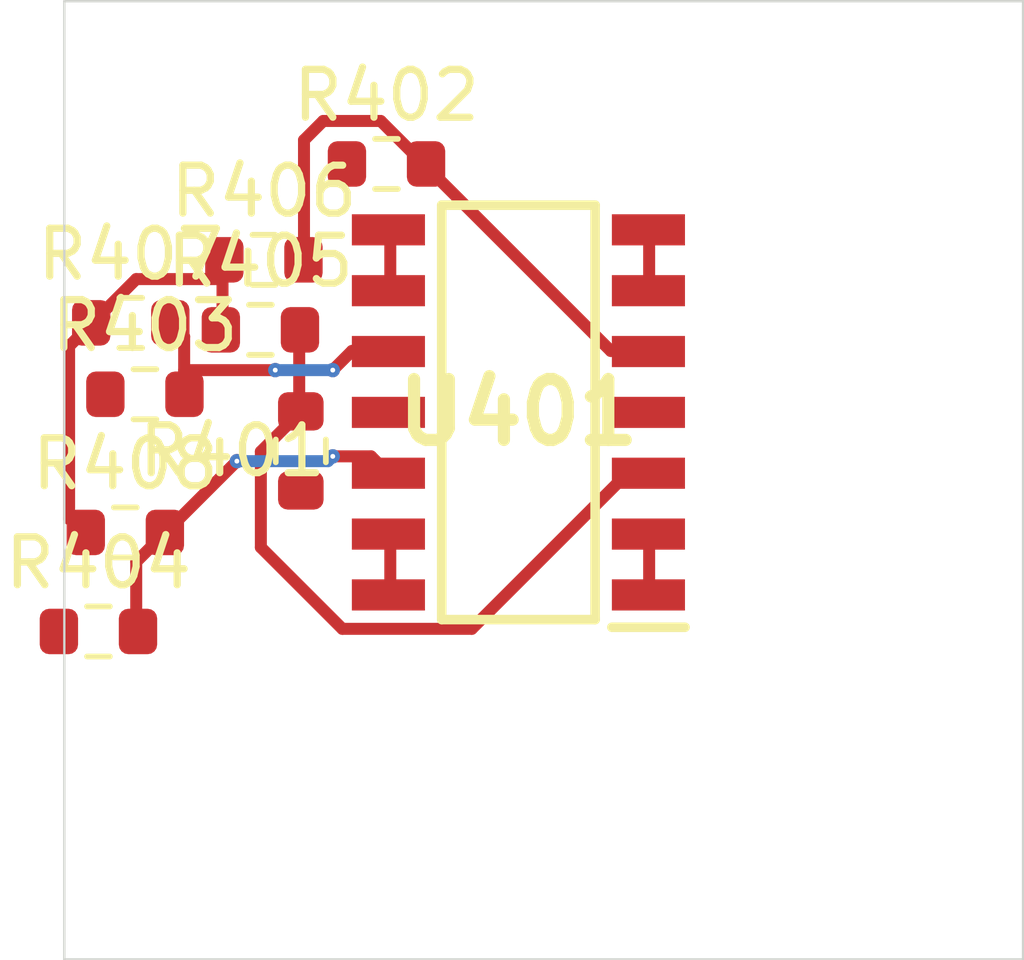
<source format=kicad_pcb>
 ( kicad_pcb  ( version 20171130 )
 ( host pcbnew 5.1.12-84ad8e8a86~92~ubuntu18.04.1 )
 ( general  ( thickness 1.6 )
 ( drawings 4 )
 ( tracks 0 )
 ( zones 0 )
 ( modules 9 )
 ( nets 14 )
)
 ( page A4 )
 ( layers  ( 0 F.Cu signal )
 ( 31 B.Cu signal )
 ( 32 B.Adhes user )
 ( 33 F.Adhes user )
 ( 34 B.Paste user )
 ( 35 F.Paste user )
 ( 36 B.SilkS user )
 ( 37 F.SilkS user )
 ( 38 B.Mask user )
 ( 39 F.Mask user )
 ( 40 Dwgs.User user )
 ( 41 Cmts.User user )
 ( 42 Eco1.User user )
 ( 43 Eco2.User user )
 ( 44 Edge.Cuts user )
 ( 45 Margin user )
 ( 46 B.CrtYd user )
 ( 47 F.CrtYd user )
 ( 48 B.Fab user )
 ( 49 F.Fab user )
)
 ( setup  ( last_trace_width 0.25 )
 ( trace_clearance 0.2 )
 ( zone_clearance 0.508 )
 ( zone_45_only no )
 ( trace_min 0.2 )
 ( via_size 0.8 )
 ( via_drill 0.4 )
 ( via_min_size 0.4 )
 ( via_min_drill 0.3 )
 ( uvia_size 0.3 )
 ( uvia_drill 0.1 )
 ( uvias_allowed no )
 ( uvia_min_size 0.2 )
 ( uvia_min_drill 0.1 )
 ( edge_width 0.05 )
 ( segment_width 0.2 )
 ( pcb_text_width 0.3 )
 ( pcb_text_size 1.5 1.5 )
 ( mod_edge_width 0.12 )
 ( mod_text_size 1 1 )
 ( mod_text_width 0.15 )
 ( pad_size 1.524 1.524 )
 ( pad_drill 0.762 )
 ( pad_to_mask_clearance 0 )
 ( aux_axis_origin 0 0 )
 ( visible_elements FFFFFF7F )
 ( pcbplotparams  ( layerselection 0x010fc_ffffffff )
 ( usegerberextensions false )
 ( usegerberattributes true )
 ( usegerberadvancedattributes true )
 ( creategerberjobfile true )
 ( excludeedgelayer true )
 ( linewidth 0.100000 )
 ( plotframeref false )
 ( viasonmask false )
 ( mode 1 )
 ( useauxorigin false )
 ( hpglpennumber 1 )
 ( hpglpenspeed 20 )
 ( hpglpendiameter 15.000000 )
 ( psnegative false )
 ( psa4output false )
 ( plotreference true )
 ( plotvalue true )
 ( plotinvisibletext false )
 ( padsonsilk false )
 ( subtractmaskfromsilk false )
 ( outputformat 1 )
 ( mirror false )
 ( drillshape 1 )
 ( scaleselection 1 )
 ( outputdirectory "" )
)
)
 ( net 0 "" )
 ( net 1 /Sheet6235D886/vp )
 ( net 2 /Sheet6248AD22/chn0 )
 ( net 3 /Sheet6248AD22/chn1 )
 ( net 4 /Sheet6248AD22/chn2 )
 ( net 5 /Sheet6248AD22/chn3 )
 ( net 6 "Net-(R401-Pad2)" )
 ( net 7 "Net-(R402-Pad2)" )
 ( net 8 "Net-(R403-Pad2)" )
 ( net 9 "Net-(R404-Pad2)" )
 ( net 10 /Sheet6248AD22/chn0_n )
 ( net 11 /Sheet6248AD22/chn1_n )
 ( net 12 /Sheet6248AD22/chn2_n )
 ( net 13 /Sheet6248AD22/chn3_n )
 ( net_class Default "This is the default net class."  ( clearance 0.2 )
 ( trace_width 0.25 )
 ( via_dia 0.8 )
 ( via_drill 0.4 )
 ( uvia_dia 0.3 )
 ( uvia_drill 0.1 )
 ( add_net /Sheet6235D886/vp )
 ( add_net /Sheet6248AD22/chn0 )
 ( add_net /Sheet6248AD22/chn0_n )
 ( add_net /Sheet6248AD22/chn1 )
 ( add_net /Sheet6248AD22/chn1_n )
 ( add_net /Sheet6248AD22/chn2 )
 ( add_net /Sheet6248AD22/chn2_n )
 ( add_net /Sheet6248AD22/chn3 )
 ( add_net /Sheet6248AD22/chn3_n )
 ( add_net "Net-(R401-Pad2)" )
 ( add_net "Net-(R402-Pad2)" )
 ( add_net "Net-(R403-Pad2)" )
 ( add_net "Net-(R404-Pad2)" )
)
 ( module Resistor_SMD:R_0603_1608Metric  ( layer F.Cu )
 ( tedit 5F68FEEE )
 ( tstamp 623425C8 )
 ( at 84.933600 109.386000 90.000000 )
 ( descr "Resistor SMD 0603 (1608 Metric), square (rectangular) end terminal, IPC_7351 nominal, (Body size source: IPC-SM-782 page 72, https://www.pcb-3d.com/wordpress/wp-content/uploads/ipc-sm-782a_amendment_1_and_2.pdf), generated with kicad-footprint-generator" )
 ( tags resistor )
 ( path /6248AD23/6249ADFD )
 ( attr smd )
 ( fp_text reference R401  ( at 0 -1.43 )
 ( layer F.SilkS )
 ( effects  ( font  ( size 1 1 )
 ( thickness 0.15 )
)
)
)
 ( fp_text value 10M  ( at 0 1.43 )
 ( layer F.Fab )
 ( effects  ( font  ( size 1 1 )
 ( thickness 0.15 )
)
)
)
 ( fp_line  ( start -0.8 0.4125 )
 ( end -0.8 -0.4125 )
 ( layer F.Fab )
 ( width 0.1 )
)
 ( fp_line  ( start -0.8 -0.4125 )
 ( end 0.8 -0.4125 )
 ( layer F.Fab )
 ( width 0.1 )
)
 ( fp_line  ( start 0.8 -0.4125 )
 ( end 0.8 0.4125 )
 ( layer F.Fab )
 ( width 0.1 )
)
 ( fp_line  ( start 0.8 0.4125 )
 ( end -0.8 0.4125 )
 ( layer F.Fab )
 ( width 0.1 )
)
 ( fp_line  ( start -0.237258 -0.5225 )
 ( end 0.237258 -0.5225 )
 ( layer F.SilkS )
 ( width 0.12 )
)
 ( fp_line  ( start -0.237258 0.5225 )
 ( end 0.237258 0.5225 )
 ( layer F.SilkS )
 ( width 0.12 )
)
 ( fp_line  ( start -1.48 0.73 )
 ( end -1.48 -0.73 )
 ( layer F.CrtYd )
 ( width 0.05 )
)
 ( fp_line  ( start -1.48 -0.73 )
 ( end 1.48 -0.73 )
 ( layer F.CrtYd )
 ( width 0.05 )
)
 ( fp_line  ( start 1.48 -0.73 )
 ( end 1.48 0.73 )
 ( layer F.CrtYd )
 ( width 0.05 )
)
 ( fp_line  ( start 1.48 0.73 )
 ( end -1.48 0.73 )
 ( layer F.CrtYd )
 ( width 0.05 )
)
 ( fp_text user %R  ( at 0 0 )
 ( layer F.Fab )
 ( effects  ( font  ( size 0.4 0.4 )
 ( thickness 0.06 )
)
)
)
 ( pad 2 smd roundrect  ( at 0.825 0 90.000000 )
 ( size 0.8 0.95 )
 ( layers F.Cu F.Mask F.Paste )
 ( roundrect_rratio 0.25 )
 ( net 6 "Net-(R401-Pad2)" )
)
 ( pad 1 smd roundrect  ( at -0.825 0 90.000000 )
 ( size 0.8 0.95 )
 ( layers F.Cu F.Mask F.Paste )
 ( roundrect_rratio 0.25 )
 ( net 10 /Sheet6248AD22/chn0_n )
)
 ( model ${KISYS3DMOD}/Resistor_SMD.3dshapes/R_0603_1608Metric.wrl  ( at  ( xyz 0 0 0 )
)
 ( scale  ( xyz 1 1 1 )
)
 ( rotate  ( xyz 0 0 0 )
)
)
)
 ( module Resistor_SMD:R_0603_1608Metric  ( layer F.Cu )
 ( tedit 5F68FEEE )
 ( tstamp 623425D9 )
 ( at 86.720800 103.397000 )
 ( descr "Resistor SMD 0603 (1608 Metric), square (rectangular) end terminal, IPC_7351 nominal, (Body size source: IPC-SM-782 page 72, https://www.pcb-3d.com/wordpress/wp-content/uploads/ipc-sm-782a_amendment_1_and_2.pdf), generated with kicad-footprint-generator" )
 ( tags resistor )
 ( path /6248AD23/6249B75E )
 ( attr smd )
 ( fp_text reference R402  ( at 0 -1.43 )
 ( layer F.SilkS )
 ( effects  ( font  ( size 1 1 )
 ( thickness 0.15 )
)
)
)
 ( fp_text value 10M  ( at 0 1.43 )
 ( layer F.Fab )
 ( effects  ( font  ( size 1 1 )
 ( thickness 0.15 )
)
)
)
 ( fp_line  ( start 1.48 0.73 )
 ( end -1.48 0.73 )
 ( layer F.CrtYd )
 ( width 0.05 )
)
 ( fp_line  ( start 1.48 -0.73 )
 ( end 1.48 0.73 )
 ( layer F.CrtYd )
 ( width 0.05 )
)
 ( fp_line  ( start -1.48 -0.73 )
 ( end 1.48 -0.73 )
 ( layer F.CrtYd )
 ( width 0.05 )
)
 ( fp_line  ( start -1.48 0.73 )
 ( end -1.48 -0.73 )
 ( layer F.CrtYd )
 ( width 0.05 )
)
 ( fp_line  ( start -0.237258 0.5225 )
 ( end 0.237258 0.5225 )
 ( layer F.SilkS )
 ( width 0.12 )
)
 ( fp_line  ( start -0.237258 -0.5225 )
 ( end 0.237258 -0.5225 )
 ( layer F.SilkS )
 ( width 0.12 )
)
 ( fp_line  ( start 0.8 0.4125 )
 ( end -0.8 0.4125 )
 ( layer F.Fab )
 ( width 0.1 )
)
 ( fp_line  ( start 0.8 -0.4125 )
 ( end 0.8 0.4125 )
 ( layer F.Fab )
 ( width 0.1 )
)
 ( fp_line  ( start -0.8 -0.4125 )
 ( end 0.8 -0.4125 )
 ( layer F.Fab )
 ( width 0.1 )
)
 ( fp_line  ( start -0.8 0.4125 )
 ( end -0.8 -0.4125 )
 ( layer F.Fab )
 ( width 0.1 )
)
 ( fp_text user %R  ( at 0 0 )
 ( layer F.Fab )
 ( effects  ( font  ( size 0.4 0.4 )
 ( thickness 0.06 )
)
)
)
 ( pad 1 smd roundrect  ( at -0.825 0 )
 ( size 0.8 0.95 )
 ( layers F.Cu F.Mask F.Paste )
 ( roundrect_rratio 0.25 )
 ( net 11 /Sheet6248AD22/chn1_n )
)
 ( pad 2 smd roundrect  ( at 0.825 0 )
 ( size 0.8 0.95 )
 ( layers F.Cu F.Mask F.Paste )
 ( roundrect_rratio 0.25 )
 ( net 7 "Net-(R402-Pad2)" )
)
 ( model ${KISYS3DMOD}/Resistor_SMD.3dshapes/R_0603_1608Metric.wrl  ( at  ( xyz 0 0 0 )
)
 ( scale  ( xyz 1 1 1 )
)
 ( rotate  ( xyz 0 0 0 )
)
)
)
 ( module Resistor_SMD:R_0603_1608Metric  ( layer F.Cu )
 ( tedit 5F68FEEE )
 ( tstamp 623425EA )
 ( at 81.681300 108.204000 )
 ( descr "Resistor SMD 0603 (1608 Metric), square (rectangular) end terminal, IPC_7351 nominal, (Body size source: IPC-SM-782 page 72, https://www.pcb-3d.com/wordpress/wp-content/uploads/ipc-sm-782a_amendment_1_and_2.pdf), generated with kicad-footprint-generator" )
 ( tags resistor )
 ( path /6248AD23/6249FB7A )
 ( attr smd )
 ( fp_text reference R403  ( at 0 -1.43 )
 ( layer F.SilkS )
 ( effects  ( font  ( size 1 1 )
 ( thickness 0.15 )
)
)
)
 ( fp_text value 10M  ( at 0 1.43 )
 ( layer F.Fab )
 ( effects  ( font  ( size 1 1 )
 ( thickness 0.15 )
)
)
)
 ( fp_line  ( start 1.48 0.73 )
 ( end -1.48 0.73 )
 ( layer F.CrtYd )
 ( width 0.05 )
)
 ( fp_line  ( start 1.48 -0.73 )
 ( end 1.48 0.73 )
 ( layer F.CrtYd )
 ( width 0.05 )
)
 ( fp_line  ( start -1.48 -0.73 )
 ( end 1.48 -0.73 )
 ( layer F.CrtYd )
 ( width 0.05 )
)
 ( fp_line  ( start -1.48 0.73 )
 ( end -1.48 -0.73 )
 ( layer F.CrtYd )
 ( width 0.05 )
)
 ( fp_line  ( start -0.237258 0.5225 )
 ( end 0.237258 0.5225 )
 ( layer F.SilkS )
 ( width 0.12 )
)
 ( fp_line  ( start -0.237258 -0.5225 )
 ( end 0.237258 -0.5225 )
 ( layer F.SilkS )
 ( width 0.12 )
)
 ( fp_line  ( start 0.8 0.4125 )
 ( end -0.8 0.4125 )
 ( layer F.Fab )
 ( width 0.1 )
)
 ( fp_line  ( start 0.8 -0.4125 )
 ( end 0.8 0.4125 )
 ( layer F.Fab )
 ( width 0.1 )
)
 ( fp_line  ( start -0.8 -0.4125 )
 ( end 0.8 -0.4125 )
 ( layer F.Fab )
 ( width 0.1 )
)
 ( fp_line  ( start -0.8 0.4125 )
 ( end -0.8 -0.4125 )
 ( layer F.Fab )
 ( width 0.1 )
)
 ( fp_text user %R  ( at 0 0 )
 ( layer F.Fab )
 ( effects  ( font  ( size 0.4 0.4 )
 ( thickness 0.06 )
)
)
)
 ( pad 1 smd roundrect  ( at -0.825 0 )
 ( size 0.8 0.95 )
 ( layers F.Cu F.Mask F.Paste )
 ( roundrect_rratio 0.25 )
 ( net 12 /Sheet6248AD22/chn2_n )
)
 ( pad 2 smd roundrect  ( at 0.825 0 )
 ( size 0.8 0.95 )
 ( layers F.Cu F.Mask F.Paste )
 ( roundrect_rratio 0.25 )
 ( net 8 "Net-(R403-Pad2)" )
)
 ( model ${KISYS3DMOD}/Resistor_SMD.3dshapes/R_0603_1608Metric.wrl  ( at  ( xyz 0 0 0 )
)
 ( scale  ( xyz 1 1 1 )
)
 ( rotate  ( xyz 0 0 0 )
)
)
)
 ( module Resistor_SMD:R_0603_1608Metric  ( layer F.Cu )
 ( tedit 5F68FEEE )
 ( tstamp 623425FB )
 ( at 80.711900 113.155000 )
 ( descr "Resistor SMD 0603 (1608 Metric), square (rectangular) end terminal, IPC_7351 nominal, (Body size source: IPC-SM-782 page 72, https://www.pcb-3d.com/wordpress/wp-content/uploads/ipc-sm-782a_amendment_1_and_2.pdf), generated with kicad-footprint-generator" )
 ( tags resistor )
 ( path /6248AD23/6249FB74 )
 ( attr smd )
 ( fp_text reference R404  ( at 0 -1.43 )
 ( layer F.SilkS )
 ( effects  ( font  ( size 1 1 )
 ( thickness 0.15 )
)
)
)
 ( fp_text value 10M  ( at 0 1.43 )
 ( layer F.Fab )
 ( effects  ( font  ( size 1 1 )
 ( thickness 0.15 )
)
)
)
 ( fp_line  ( start -0.8 0.4125 )
 ( end -0.8 -0.4125 )
 ( layer F.Fab )
 ( width 0.1 )
)
 ( fp_line  ( start -0.8 -0.4125 )
 ( end 0.8 -0.4125 )
 ( layer F.Fab )
 ( width 0.1 )
)
 ( fp_line  ( start 0.8 -0.4125 )
 ( end 0.8 0.4125 )
 ( layer F.Fab )
 ( width 0.1 )
)
 ( fp_line  ( start 0.8 0.4125 )
 ( end -0.8 0.4125 )
 ( layer F.Fab )
 ( width 0.1 )
)
 ( fp_line  ( start -0.237258 -0.5225 )
 ( end 0.237258 -0.5225 )
 ( layer F.SilkS )
 ( width 0.12 )
)
 ( fp_line  ( start -0.237258 0.5225 )
 ( end 0.237258 0.5225 )
 ( layer F.SilkS )
 ( width 0.12 )
)
 ( fp_line  ( start -1.48 0.73 )
 ( end -1.48 -0.73 )
 ( layer F.CrtYd )
 ( width 0.05 )
)
 ( fp_line  ( start -1.48 -0.73 )
 ( end 1.48 -0.73 )
 ( layer F.CrtYd )
 ( width 0.05 )
)
 ( fp_line  ( start 1.48 -0.73 )
 ( end 1.48 0.73 )
 ( layer F.CrtYd )
 ( width 0.05 )
)
 ( fp_line  ( start 1.48 0.73 )
 ( end -1.48 0.73 )
 ( layer F.CrtYd )
 ( width 0.05 )
)
 ( fp_text user %R  ( at 0 0 )
 ( layer F.Fab )
 ( effects  ( font  ( size 0.4 0.4 )
 ( thickness 0.06 )
)
)
)
 ( pad 2 smd roundrect  ( at 0.825 0 )
 ( size 0.8 0.95 )
 ( layers F.Cu F.Mask F.Paste )
 ( roundrect_rratio 0.25 )
 ( net 9 "Net-(R404-Pad2)" )
)
 ( pad 1 smd roundrect  ( at -0.825 0 )
 ( size 0.8 0.95 )
 ( layers F.Cu F.Mask F.Paste )
 ( roundrect_rratio 0.25 )
 ( net 13 /Sheet6248AD22/chn3_n )
)
 ( model ${KISYS3DMOD}/Resistor_SMD.3dshapes/R_0603_1608Metric.wrl  ( at  ( xyz 0 0 0 )
)
 ( scale  ( xyz 1 1 1 )
)
 ( rotate  ( xyz 0 0 0 )
)
)
)
 ( module Resistor_SMD:R_0603_1608Metric  ( layer F.Cu )
 ( tedit 5F68FEEE )
 ( tstamp 6234260C )
 ( at 84.090600 106.859000 )
 ( descr "Resistor SMD 0603 (1608 Metric), square (rectangular) end terminal, IPC_7351 nominal, (Body size source: IPC-SM-782 page 72, https://www.pcb-3d.com/wordpress/wp-content/uploads/ipc-sm-782a_amendment_1_and_2.pdf), generated with kicad-footprint-generator" )
 ( tags resistor )
 ( path /6248AD23/62497F62 )
 ( attr smd )
 ( fp_text reference R405  ( at 0 -1.43 )
 ( layer F.SilkS )
 ( effects  ( font  ( size 1 1 )
 ( thickness 0.15 )
)
)
)
 ( fp_text value 750k  ( at 0 1.43 )
 ( layer F.Fab )
 ( effects  ( font  ( size 1 1 )
 ( thickness 0.15 )
)
)
)
 ( fp_line  ( start -0.8 0.4125 )
 ( end -0.8 -0.4125 )
 ( layer F.Fab )
 ( width 0.1 )
)
 ( fp_line  ( start -0.8 -0.4125 )
 ( end 0.8 -0.4125 )
 ( layer F.Fab )
 ( width 0.1 )
)
 ( fp_line  ( start 0.8 -0.4125 )
 ( end 0.8 0.4125 )
 ( layer F.Fab )
 ( width 0.1 )
)
 ( fp_line  ( start 0.8 0.4125 )
 ( end -0.8 0.4125 )
 ( layer F.Fab )
 ( width 0.1 )
)
 ( fp_line  ( start -0.237258 -0.5225 )
 ( end 0.237258 -0.5225 )
 ( layer F.SilkS )
 ( width 0.12 )
)
 ( fp_line  ( start -0.237258 0.5225 )
 ( end 0.237258 0.5225 )
 ( layer F.SilkS )
 ( width 0.12 )
)
 ( fp_line  ( start -1.48 0.73 )
 ( end -1.48 -0.73 )
 ( layer F.CrtYd )
 ( width 0.05 )
)
 ( fp_line  ( start -1.48 -0.73 )
 ( end 1.48 -0.73 )
 ( layer F.CrtYd )
 ( width 0.05 )
)
 ( fp_line  ( start 1.48 -0.73 )
 ( end 1.48 0.73 )
 ( layer F.CrtYd )
 ( width 0.05 )
)
 ( fp_line  ( start 1.48 0.73 )
 ( end -1.48 0.73 )
 ( layer F.CrtYd )
 ( width 0.05 )
)
 ( fp_text user %R  ( at 0 0 )
 ( layer F.Fab )
 ( effects  ( font  ( size 0.4 0.4 )
 ( thickness 0.06 )
)
)
)
 ( pad 2 smd roundrect  ( at 0.825 0 )
 ( size 0.8 0.95 )
 ( layers F.Cu F.Mask F.Paste )
 ( roundrect_rratio 0.25 )
 ( net 6 "Net-(R401-Pad2)" )
)
 ( pad 1 smd roundrect  ( at -0.825 0 )
 ( size 0.8 0.95 )
 ( layers F.Cu F.Mask F.Paste )
 ( roundrect_rratio 0.25 )
 ( net 1 /Sheet6235D886/vp )
)
 ( model ${KISYS3DMOD}/Resistor_SMD.3dshapes/R_0603_1608Metric.wrl  ( at  ( xyz 0 0 0 )
)
 ( scale  ( xyz 1 1 1 )
)
 ( rotate  ( xyz 0 0 0 )
)
)
)
 ( module Resistor_SMD:R_0603_1608Metric  ( layer F.Cu )
 ( tedit 5F68FEEE )
 ( tstamp 6234261D )
 ( at 84.163700 105.398000 )
 ( descr "Resistor SMD 0603 (1608 Metric), square (rectangular) end terminal, IPC_7351 nominal, (Body size source: IPC-SM-782 page 72, https://www.pcb-3d.com/wordpress/wp-content/uploads/ipc-sm-782a_amendment_1_and_2.pdf), generated with kicad-footprint-generator" )
 ( tags resistor )
 ( path /6248AD23/62499098 )
 ( attr smd )
 ( fp_text reference R406  ( at 0 -1.43 )
 ( layer F.SilkS )
 ( effects  ( font  ( size 1 1 )
 ( thickness 0.15 )
)
)
)
 ( fp_text value 750k  ( at 0 1.43 )
 ( layer F.Fab )
 ( effects  ( font  ( size 1 1 )
 ( thickness 0.15 )
)
)
)
 ( fp_line  ( start 1.48 0.73 )
 ( end -1.48 0.73 )
 ( layer F.CrtYd )
 ( width 0.05 )
)
 ( fp_line  ( start 1.48 -0.73 )
 ( end 1.48 0.73 )
 ( layer F.CrtYd )
 ( width 0.05 )
)
 ( fp_line  ( start -1.48 -0.73 )
 ( end 1.48 -0.73 )
 ( layer F.CrtYd )
 ( width 0.05 )
)
 ( fp_line  ( start -1.48 0.73 )
 ( end -1.48 -0.73 )
 ( layer F.CrtYd )
 ( width 0.05 )
)
 ( fp_line  ( start -0.237258 0.5225 )
 ( end 0.237258 0.5225 )
 ( layer F.SilkS )
 ( width 0.12 )
)
 ( fp_line  ( start -0.237258 -0.5225 )
 ( end 0.237258 -0.5225 )
 ( layer F.SilkS )
 ( width 0.12 )
)
 ( fp_line  ( start 0.8 0.4125 )
 ( end -0.8 0.4125 )
 ( layer F.Fab )
 ( width 0.1 )
)
 ( fp_line  ( start 0.8 -0.4125 )
 ( end 0.8 0.4125 )
 ( layer F.Fab )
 ( width 0.1 )
)
 ( fp_line  ( start -0.8 -0.4125 )
 ( end 0.8 -0.4125 )
 ( layer F.Fab )
 ( width 0.1 )
)
 ( fp_line  ( start -0.8 0.4125 )
 ( end -0.8 -0.4125 )
 ( layer F.Fab )
 ( width 0.1 )
)
 ( fp_text user %R  ( at 0 0 )
 ( layer F.Fab )
 ( effects  ( font  ( size 0.4 0.4 )
 ( thickness 0.06 )
)
)
)
 ( pad 1 smd roundrect  ( at -0.825 0 )
 ( size 0.8 0.95 )
 ( layers F.Cu F.Mask F.Paste )
 ( roundrect_rratio 0.25 )
 ( net 1 /Sheet6235D886/vp )
)
 ( pad 2 smd roundrect  ( at 0.825 0 )
 ( size 0.8 0.95 )
 ( layers F.Cu F.Mask F.Paste )
 ( roundrect_rratio 0.25 )
 ( net 7 "Net-(R402-Pad2)" )
)
 ( model ${KISYS3DMOD}/Resistor_SMD.3dshapes/R_0603_1608Metric.wrl  ( at  ( xyz 0 0 0 )
)
 ( scale  ( xyz 1 1 1 )
)
 ( rotate  ( xyz 0 0 0 )
)
)
)
 ( module Resistor_SMD:R_0603_1608Metric  ( layer F.Cu )
 ( tedit 5F68FEEE )
 ( tstamp 6234262E )
 ( at 81.386100 106.714000 )
 ( descr "Resistor SMD 0603 (1608 Metric), square (rectangular) end terminal, IPC_7351 nominal, (Body size source: IPC-SM-782 page 72, https://www.pcb-3d.com/wordpress/wp-content/uploads/ipc-sm-782a_amendment_1_and_2.pdf), generated with kicad-footprint-generator" )
 ( tags resistor )
 ( path /6248AD23/624A0FFB )
 ( attr smd )
 ( fp_text reference R407  ( at 0 -1.43 )
 ( layer F.SilkS )
 ( effects  ( font  ( size 1 1 )
 ( thickness 0.15 )
)
)
)
 ( fp_text value 1.5M  ( at 0 1.43 )
 ( layer F.Fab )
 ( effects  ( font  ( size 1 1 )
 ( thickness 0.15 )
)
)
)
 ( fp_line  ( start 1.48 0.73 )
 ( end -1.48 0.73 )
 ( layer F.CrtYd )
 ( width 0.05 )
)
 ( fp_line  ( start 1.48 -0.73 )
 ( end 1.48 0.73 )
 ( layer F.CrtYd )
 ( width 0.05 )
)
 ( fp_line  ( start -1.48 -0.73 )
 ( end 1.48 -0.73 )
 ( layer F.CrtYd )
 ( width 0.05 )
)
 ( fp_line  ( start -1.48 0.73 )
 ( end -1.48 -0.73 )
 ( layer F.CrtYd )
 ( width 0.05 )
)
 ( fp_line  ( start -0.237258 0.5225 )
 ( end 0.237258 0.5225 )
 ( layer F.SilkS )
 ( width 0.12 )
)
 ( fp_line  ( start -0.237258 -0.5225 )
 ( end 0.237258 -0.5225 )
 ( layer F.SilkS )
 ( width 0.12 )
)
 ( fp_line  ( start 0.8 0.4125 )
 ( end -0.8 0.4125 )
 ( layer F.Fab )
 ( width 0.1 )
)
 ( fp_line  ( start 0.8 -0.4125 )
 ( end 0.8 0.4125 )
 ( layer F.Fab )
 ( width 0.1 )
)
 ( fp_line  ( start -0.8 -0.4125 )
 ( end 0.8 -0.4125 )
 ( layer F.Fab )
 ( width 0.1 )
)
 ( fp_line  ( start -0.8 0.4125 )
 ( end -0.8 -0.4125 )
 ( layer F.Fab )
 ( width 0.1 )
)
 ( fp_text user %R  ( at 0 0 )
 ( layer F.Fab )
 ( effects  ( font  ( size 0.4 0.4 )
 ( thickness 0.06 )
)
)
)
 ( pad 1 smd roundrect  ( at -0.825 0 )
 ( size 0.8 0.95 )
 ( layers F.Cu F.Mask F.Paste )
 ( roundrect_rratio 0.25 )
 ( net 1 /Sheet6235D886/vp )
)
 ( pad 2 smd roundrect  ( at 0.825 0 )
 ( size 0.8 0.95 )
 ( layers F.Cu F.Mask F.Paste )
 ( roundrect_rratio 0.25 )
 ( net 8 "Net-(R403-Pad2)" )
)
 ( model ${KISYS3DMOD}/Resistor_SMD.3dshapes/R_0603_1608Metric.wrl  ( at  ( xyz 0 0 0 )
)
 ( scale  ( xyz 1 1 1 )
)
 ( rotate  ( xyz 0 0 0 )
)
)
)
 ( module Resistor_SMD:R_0603_1608Metric  ( layer F.Cu )
 ( tedit 5F68FEEE )
 ( tstamp 6234263F )
 ( at 81.272800 111.088000 )
 ( descr "Resistor SMD 0603 (1608 Metric), square (rectangular) end terminal, IPC_7351 nominal, (Body size source: IPC-SM-782 page 72, https://www.pcb-3d.com/wordpress/wp-content/uploads/ipc-sm-782a_amendment_1_and_2.pdf), generated with kicad-footprint-generator" )
 ( tags resistor )
 ( path /6248AD23/624A093C )
 ( attr smd )
 ( fp_text reference R408  ( at 0 -1.43 )
 ( layer F.SilkS )
 ( effects  ( font  ( size 1 1 )
 ( thickness 0.15 )
)
)
)
 ( fp_text value 1.5M  ( at 0 1.43 )
 ( layer F.Fab )
 ( effects  ( font  ( size 1 1 )
 ( thickness 0.15 )
)
)
)
 ( fp_line  ( start -0.8 0.4125 )
 ( end -0.8 -0.4125 )
 ( layer F.Fab )
 ( width 0.1 )
)
 ( fp_line  ( start -0.8 -0.4125 )
 ( end 0.8 -0.4125 )
 ( layer F.Fab )
 ( width 0.1 )
)
 ( fp_line  ( start 0.8 -0.4125 )
 ( end 0.8 0.4125 )
 ( layer F.Fab )
 ( width 0.1 )
)
 ( fp_line  ( start 0.8 0.4125 )
 ( end -0.8 0.4125 )
 ( layer F.Fab )
 ( width 0.1 )
)
 ( fp_line  ( start -0.237258 -0.5225 )
 ( end 0.237258 -0.5225 )
 ( layer F.SilkS )
 ( width 0.12 )
)
 ( fp_line  ( start -0.237258 0.5225 )
 ( end 0.237258 0.5225 )
 ( layer F.SilkS )
 ( width 0.12 )
)
 ( fp_line  ( start -1.48 0.73 )
 ( end -1.48 -0.73 )
 ( layer F.CrtYd )
 ( width 0.05 )
)
 ( fp_line  ( start -1.48 -0.73 )
 ( end 1.48 -0.73 )
 ( layer F.CrtYd )
 ( width 0.05 )
)
 ( fp_line  ( start 1.48 -0.73 )
 ( end 1.48 0.73 )
 ( layer F.CrtYd )
 ( width 0.05 )
)
 ( fp_line  ( start 1.48 0.73 )
 ( end -1.48 0.73 )
 ( layer F.CrtYd )
 ( width 0.05 )
)
 ( fp_text user %R  ( at 0 0 )
 ( layer F.Fab )
 ( effects  ( font  ( size 0.4 0.4 )
 ( thickness 0.06 )
)
)
)
 ( pad 2 smd roundrect  ( at 0.825 0 )
 ( size 0.8 0.95 )
 ( layers F.Cu F.Mask F.Paste )
 ( roundrect_rratio 0.25 )
 ( net 9 "Net-(R404-Pad2)" )
)
 ( pad 1 smd roundrect  ( at -0.825 0 )
 ( size 0.8 0.95 )
 ( layers F.Cu F.Mask F.Paste )
 ( roundrect_rratio 0.25 )
 ( net 1 /Sheet6235D886/vp )
)
 ( model ${KISYS3DMOD}/Resistor_SMD.3dshapes/R_0603_1608Metric.wrl  ( at  ( xyz 0 0 0 )
)
 ( scale  ( xyz 1 1 1 )
)
 ( rotate  ( xyz 0 0 0 )
)
)
)
 ( module TL074HIDR:SOIC127P600X175-14N locked  ( layer F.Cu )
 ( tedit 62336F37 )
 ( tstamp 62342709 )
 ( at 89.472900 108.582000 180.000000 )
 ( descr "D (-R-PDSO-G14)" )
 ( tags "Integrated Circuit" )
 ( path /6248AD23/624976B2 )
 ( attr smd )
 ( fp_text reference U401  ( at 0 0 )
 ( layer F.SilkS )
 ( effects  ( font  ( size 1.27 1.27 )
 ( thickness 0.254 )
)
)
)
 ( fp_text value TL074  ( at 0 0 )
 ( layer F.SilkS )
hide  ( effects  ( font  ( size 1.27 1.27 )
 ( thickness 0.254 )
)
)
)
 ( fp_line  ( start -3.725 -4.625 )
 ( end 3.725 -4.625 )
 ( layer Dwgs.User )
 ( width 0.05 )
)
 ( fp_line  ( start 3.725 -4.625 )
 ( end 3.725 4.625 )
 ( layer Dwgs.User )
 ( width 0.05 )
)
 ( fp_line  ( start 3.725 4.625 )
 ( end -3.725 4.625 )
 ( layer Dwgs.User )
 ( width 0.05 )
)
 ( fp_line  ( start -3.725 4.625 )
 ( end -3.725 -4.625 )
 ( layer Dwgs.User )
 ( width 0.05 )
)
 ( fp_line  ( start -1.95 -4.325 )
 ( end 1.95 -4.325 )
 ( layer Dwgs.User )
 ( width 0.1 )
)
 ( fp_line  ( start 1.95 -4.325 )
 ( end 1.95 4.325 )
 ( layer Dwgs.User )
 ( width 0.1 )
)
 ( fp_line  ( start 1.95 4.325 )
 ( end -1.95 4.325 )
 ( layer Dwgs.User )
 ( width 0.1 )
)
 ( fp_line  ( start -1.95 4.325 )
 ( end -1.95 -4.325 )
 ( layer Dwgs.User )
 ( width 0.1 )
)
 ( fp_line  ( start -1.95 -3.055 )
 ( end -0.68 -4.325 )
 ( layer Dwgs.User )
 ( width 0.1 )
)
 ( fp_line  ( start -1.6 -4.325 )
 ( end 1.6 -4.325 )
 ( layer F.SilkS )
 ( width 0.2 )
)
 ( fp_line  ( start 1.6 -4.325 )
 ( end 1.6 4.325 )
 ( layer F.SilkS )
 ( width 0.2 )
)
 ( fp_line  ( start 1.6 4.325 )
 ( end -1.6 4.325 )
 ( layer F.SilkS )
 ( width 0.2 )
)
 ( fp_line  ( start -1.6 4.325 )
 ( end -1.6 -4.325 )
 ( layer F.SilkS )
 ( width 0.2 )
)
 ( fp_line  ( start -3.475 -4.485 )
 ( end -1.95 -4.485 )
 ( layer F.SilkS )
 ( width 0.2 )
)
 ( pad 1 smd rect  ( at -2.712 -3.81 270.000000 )
 ( size 0.65 1.525 )
 ( layers F.Cu F.Mask F.Paste )
 ( net 2 /Sheet6248AD22/chn0 )
)
 ( pad 2 smd rect  ( at -2.712 -2.54 270.000000 )
 ( size 0.65 1.525 )
 ( layers F.Cu F.Mask F.Paste )
 ( net 2 /Sheet6248AD22/chn0 )
)
 ( pad 3 smd rect  ( at -2.712 -1.27 270.000000 )
 ( size 0.65 1.525 )
 ( layers F.Cu F.Mask F.Paste )
 ( net 6 "Net-(R401-Pad2)" )
)
 ( pad 4 smd rect  ( at -2.712 0 270.000000 )
 ( size 0.65 1.525 )
 ( layers F.Cu F.Mask F.Paste )
)
 ( pad 5 smd rect  ( at -2.712 1.27 270.000000 )
 ( size 0.65 1.525 )
 ( layers F.Cu F.Mask F.Paste )
 ( net 7 "Net-(R402-Pad2)" )
)
 ( pad 6 smd rect  ( at -2.712 2.54 270.000000 )
 ( size 0.65 1.525 )
 ( layers F.Cu F.Mask F.Paste )
 ( net 3 /Sheet6248AD22/chn1 )
)
 ( pad 7 smd rect  ( at -2.712 3.81 270.000000 )
 ( size 0.65 1.525 )
 ( layers F.Cu F.Mask F.Paste )
 ( net 3 /Sheet6248AD22/chn1 )
)
 ( pad 8 smd rect  ( at 2.712 3.81 270.000000 )
 ( size 0.65 1.525 )
 ( layers F.Cu F.Mask F.Paste )
 ( net 4 /Sheet6248AD22/chn2 )
)
 ( pad 9 smd rect  ( at 2.712 2.54 270.000000 )
 ( size 0.65 1.525 )
 ( layers F.Cu F.Mask F.Paste )
 ( net 4 /Sheet6248AD22/chn2 )
)
 ( pad 10 smd rect  ( at 2.712 1.27 270.000000 )
 ( size 0.65 1.525 )
 ( layers F.Cu F.Mask F.Paste )
 ( net 8 "Net-(R403-Pad2)" )
)
 ( pad 11 smd rect  ( at 2.712 0 270.000000 )
 ( size 0.65 1.525 )
 ( layers F.Cu F.Mask F.Paste )
)
 ( pad 12 smd rect  ( at 2.712 -1.27 270.000000 )
 ( size 0.65 1.525 )
 ( layers F.Cu F.Mask F.Paste )
 ( net 9 "Net-(R404-Pad2)" )
)
 ( pad 13 smd rect  ( at 2.712 -2.54 270.000000 )
 ( size 0.65 1.525 )
 ( layers F.Cu F.Mask F.Paste )
 ( net 5 /Sheet6248AD22/chn3 )
)
 ( pad 14 smd rect  ( at 2.712 -3.81 270.000000 )
 ( size 0.65 1.525 )
 ( layers F.Cu F.Mask F.Paste )
 ( net 5 /Sheet6248AD22/chn3 )
)
)
 ( gr_line  ( start 100 100 )
 ( end 100 120 )
 ( layer Edge.Cuts )
 ( width 0.05 )
 ( tstamp 62E76D2A )
)
 ( gr_line  ( start 80 120 )
 ( end 100 120 )
 ( layer Edge.Cuts )
 ( width 0.05 )
 ( tstamp 62E76D27 )
)
 ( gr_line  ( start 80 100 )
 ( end 80 120 )
 ( layer Edge.Cuts )
 ( width 0.05 )
 ( tstamp 6234110C )
)
 ( gr_line  ( start 80 100 )
 ( end 100 100 )
 ( layer Edge.Cuts )
 ( width 0.05 )
)
 ( segment  ( start 83.300001 105.400002 )
 ( end 83.300001 106.900002 )
 ( width 0.250000 )
 ( layer F.Cu )
 ( net 1 )
)
 ( segment  ( start 80.600001 106.700002 )
 ( end 81.500001 105.800002 )
 ( width 0.250000 )
 ( layer F.Cu )
 ( net 1 )
)
 ( segment  ( start 81.500001 105.800002 )
 ( end 83.300001 105.800002 )
 ( width 0.250000 )
 ( layer F.Cu )
 ( net 1 )
)
 ( segment  ( start 80.400001 111.100002 )
 ( end 80.100001 110.800002 )
 ( width 0.250000 )
 ( layer F.Cu )
 ( net 1 )
)
 ( segment  ( start 80.100001 110.800002 )
 ( end 80.100001 107.200002 )
 ( width 0.250000 )
 ( layer F.Cu )
 ( net 1 )
)
 ( segment  ( start 80.100001 107.200002 )
 ( end 80.600001 106.700002 )
 ( width 0.250000 )
 ( layer F.Cu )
 ( net 1 )
)
 ( segment  ( start 92.200001 111.100002 )
 ( end 92.200001 112.400002 )
 ( width 0.250000 )
 ( layer F.Cu )
 ( net 2 )
)
 ( segment  ( start 92.200001 104.800002 )
 ( end 92.200001 106.000002 )
 ( width 0.250000 )
 ( layer F.Cu )
 ( net 3 )
)
 ( segment  ( start 86.800001 106.000002 )
 ( end 86.800001 104.800002 )
 ( width 0.250000 )
 ( layer F.Cu )
 ( net 4 )
)
 ( segment  ( start 86.800001 112.400002 )
 ( end 86.800001 111.100002 )
 ( width 0.250000 )
 ( layer F.Cu )
 ( net 5 )
)
 ( segment  ( start 84.900001 106.900002 )
 ( end 84.900001 108.600002 )
 ( width 0.250000 )
 ( layer F.Cu )
 ( net 6 )
)
 ( segment  ( start 92.200001 109.900002 )
 ( end 91.700001 109.900002 )
 ( width 0.250000 )
 ( layer F.Cu )
 ( net 6 )
)
 ( segment  ( start 91.700001 109.900002 )
 ( end 88.500001 113.100002 )
 ( width 0.250000 )
 ( layer F.Cu )
 ( net 6 )
)
 ( segment  ( start 88.500001 113.100002 )
 ( end 85.800001 113.100002 )
 ( width 0.250000 )
 ( layer F.Cu )
 ( net 6 )
)
 ( segment  ( start 85.800001 113.100002 )
 ( end 84.100001 111.400002 )
 ( width 0.250000 )
 ( layer F.Cu )
 ( net 6 )
)
 ( segment  ( start 84.100001 111.400002 )
 ( end 84.100001 109.400002 )
 ( width 0.250000 )
 ( layer F.Cu )
 ( net 6 )
)
 ( segment  ( start 84.100001 109.400002 )
 ( end 84.900001 108.600002 )
 ( width 0.250000 )
 ( layer F.Cu )
 ( net 6 )
)
 ( segment  ( start 85.000001 105.400002 )
 ( end 85.000001 102.900002 )
 ( width 0.250000 )
 ( layer F.Cu )
 ( net 7 )
)
 ( segment  ( start 85.000001 102.900002 )
 ( end 85.400001 102.500002 )
 ( width 0.250000 )
 ( layer F.Cu )
 ( net 7 )
)
 ( segment  ( start 85.400001 102.500002 )
 ( end 86.600001 102.500002 )
 ( width 0.250000 )
 ( layer F.Cu )
 ( net 7 )
)
 ( segment  ( start 86.600001 102.500002 )
 ( end 87.500001 103.400002 )
 ( width 0.250000 )
 ( layer F.Cu )
 ( net 7 )
)
 ( segment  ( start 92.200001 107.300002 )
 ( end 91.400001 107.300002 )
 ( width 0.250000 )
 ( layer F.Cu )
 ( net 7 )
)
 ( segment  ( start 91.400001 107.300002 )
 ( end 87.500001 103.400002 )
 ( width 0.250000 )
 ( layer F.Cu )
 ( net 7 )
)
 ( segment  ( start 82.200001 106.700002 )
 ( end 82.500001 107.000002 )
 ( width 0.250000 )
 ( layer F.Cu )
 ( net 8 )
)
 ( segment  ( start 82.500001 107.000002 )
 ( end 82.500001 108.200002 )
 ( width 0.250000 )
 ( layer F.Cu )
 ( net 8 )
)
 ( segment  ( start 86.800001 107.300002 )
 ( end 86.000001 107.300002 )
 ( width 0.250000 )
 ( layer F.Cu )
 ( net 8 )
)
 ( segment  ( start 86.000001 107.300002 )
 ( end 85.600001 107.700002 )
 ( width 0.250000 )
 ( layer F.Cu )
 ( net 8 )
)
 ( segment  ( start 85.600001 107.700002 )
 ( end 84.400001 107.700002 )
 ( width 0.250000 )
 ( layer B.Cu )
 ( net 8 )
)
 ( segment  ( start 84.400001 107.700002 )
 ( end 82.500001 107.700002 )
 ( width 0.250000 )
 ( layer F.Cu )
 ( net 8 )
)
 ( via micro  ( at 85.600001 107.700002 )
 ( size 0.300000 )
 ( drill 0.100000 )
 ( layers F.Cu B.Cu )
 ( net 8 )
)
 ( via micro  ( at 84.400001 107.700002 )
 ( size 0.300000 )
 ( drill 0.100000 )
 ( layers F.Cu B.Cu )
 ( net 8 )
)
 ( segment  ( start 82.100001 111.100002 )
 ( end 81.500001 111.700002 )
 ( width 0.250000 )
 ( layer F.Cu )
 ( net 9 )
)
 ( segment  ( start 81.500001 111.700002 )
 ( end 81.500001 113.200002 )
 ( width 0.250000 )
 ( layer F.Cu )
 ( net 9 )
)
 ( segment  ( start 86.800001 109.900002 )
 ( end 86.400001 109.500002 )
 ( width 0.250000 )
 ( layer F.Cu )
 ( net 9 )
)
 ( segment  ( start 86.400001 109.500002 )
 ( end 85.600001 109.500002 )
 ( width 0.250000 )
 ( layer F.Cu )
 ( net 9 )
)
 ( segment  ( start 85.600001 109.500002 )
 ( end 85.500001 109.600002 )
 ( width 0.250000 )
 ( layer B.Cu )
 ( net 9 )
)
 ( segment  ( start 85.500001 109.600002 )
 ( end 83.600001 109.600002 )
 ( width 0.250000 )
 ( layer B.Cu )
 ( net 9 )
)
 ( segment  ( start 83.600001 109.600002 )
 ( end 82.100001 111.100002 )
 ( width 0.250000 )
 ( layer F.Cu )
 ( net 9 )
)
 ( via micro  ( at 85.600001 109.500002 )
 ( size 0.300000 )
 ( drill 0.100000 )
 ( layers F.Cu B.Cu )
 ( net 9 )
)
 ( via micro  ( at 83.600001 109.600002 )
 ( size 0.300000 )
 ( drill 0.100000 )
 ( layers F.Cu B.Cu )
 ( net 9 )
)
)

</source>
